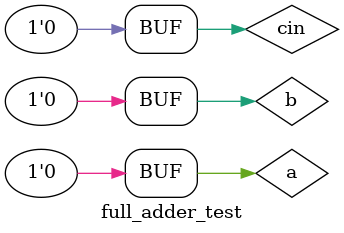
<source format=v>
`timescale 1ns / 1ps


module full_adder_test;

	// Inputs
	reg a;
	reg b;
	reg cin;
	
	//Outputs
	wire sum;
	wire cout;

	// Instantiate the Unit Under Test (UUT)
	full_adder uut (
		.a(a), 
		.b(b), 
		.cin(cin), 
		.sum(sum), 
		.cout(cout)
	);

	initial begin
	
		$monitor($time,"\t a=%b, b=%b, cin=%b, sum=%b, carry=%b",a,b,cin,sum,cout);
		// Initialize Inputs
		a = 0;
		b = 0;
		cin = 0;
		
		// Wait 100 ns for global reset to finish
		#100;
		
		a = 1'b0;
		b = 1'b1;
		cin = 0;
        
		#100;
		a = 1'b1;
		b = 1'b1;
		cin = 0;
		
		#100;
		
		a = 1'b0;
		b = 1'b1;
		cin = 0;
		
		#100;
		a = 1'b1;
		b = 1'b1;
		
		
		#100;
		a = 1'b0;
		b = 1'b0;
		
		

	end
      
endmodule


</source>
